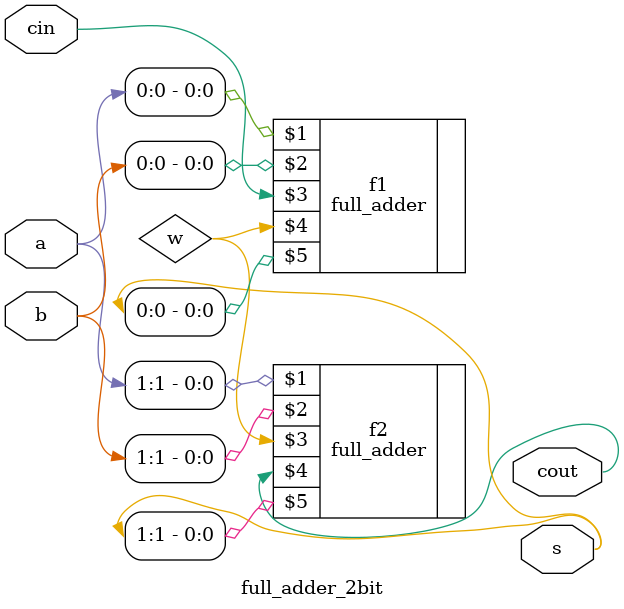
<source format=v>
`timescale 1ns / 1ps
module full_adder_2bit(
    input [1:0] a,
    input [1:0] b,
	 input cin,
    output cout,
    output [1:0] s
    );
	wire w;
	full_adder f1(a[0],b[0],cin,w,s[0]);
	full_adder f2(a[1],b[1],w,cout,s[1]);

endmodule

</source>
